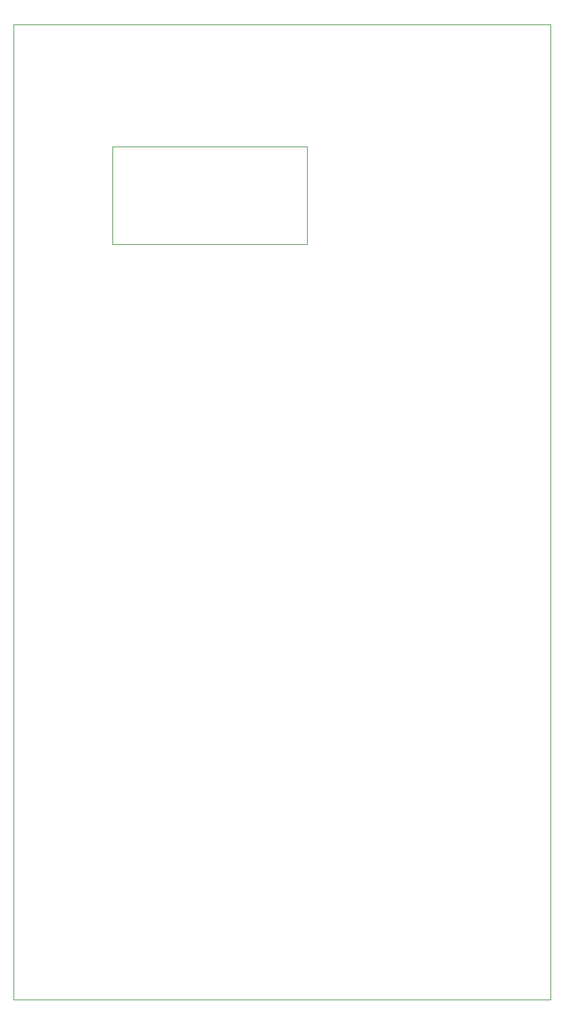
<source format=gbr>
G04 #@! TF.GenerationSoftware,KiCad,Pcbnew,(6.0.1)*
G04 #@! TF.CreationDate,2023-09-27T16:02:52-07:00*
G04 #@! TF.ProjectId,panel,70616e65-6c2e-46b6-9963-61645f706362,2.1*
G04 #@! TF.SameCoordinates,Original*
G04 #@! TF.FileFunction,Profile,NP*
%FSLAX46Y46*%
G04 Gerber Fmt 4.6, Leading zero omitted, Abs format (unit mm)*
G04 Created by KiCad (PCBNEW (6.0.1)) date 2023-09-27 16:02:52*
%MOMM*%
%LPD*%
G01*
G04 APERTURE LIST*
G04 #@! TA.AperFunction,Profile*
%ADD10C,0.050000*%
G04 #@! TD*
G04 APERTURE END LIST*
D10*
X120800000Y-40750000D02*
X50000000Y-40750000D01*
X88700000Y-56850000D02*
X63000000Y-56850000D01*
X120800000Y-169150000D02*
X120800000Y-40750000D01*
X50000000Y-169150000D02*
X120800000Y-169150000D01*
X50000000Y-40750000D02*
X50000000Y-169150000D01*
X63000000Y-69700000D02*
X88700000Y-69700000D01*
X63000000Y-56850000D02*
X63000000Y-69700000D01*
X88700000Y-69700000D02*
X88700000Y-56850000D01*
M02*

</source>
